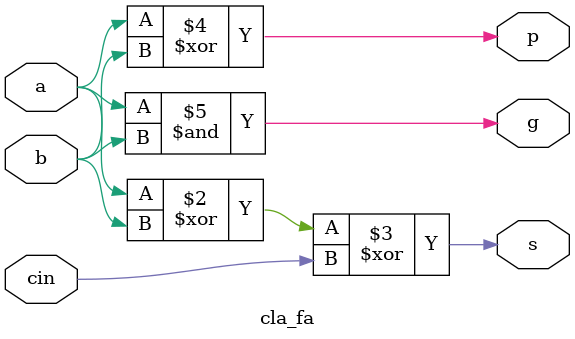
<source format=v>
module cla_fa (
  input a,
  input b,
  input cin,
  output s,
  output p,
  output g
);

always @* begin
  s <= a^b^cin;
  p <= a^b;
  g <= a&b;

end
endmodule

</source>
